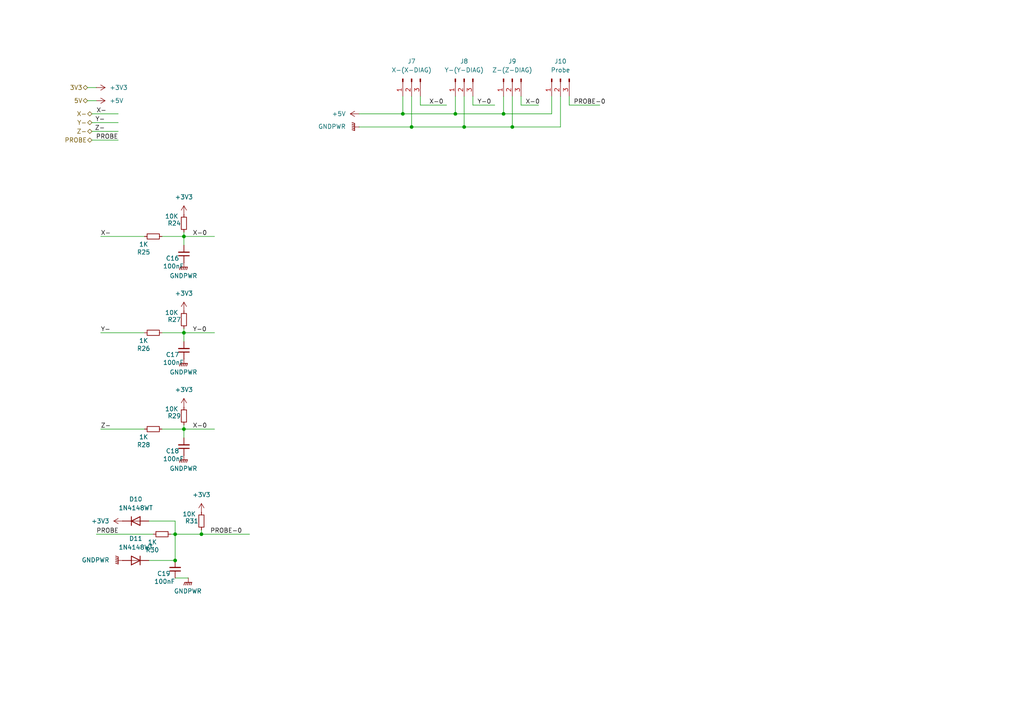
<source format=kicad_sch>
(kicad_sch (version 20231120) (generator "eeschema") (generator_version "8.0")
  (paper "A4")
  (lib_symbols
    (symbol "Connector:Conn_01x03_Pin" (pin_names (offset 1.016) hide)
      (property "Reference" "J" (at 0 5.08 0))
      (property "Value" "Conn_01x03_Pin" (at 0 -5.08 0))
      (symbol "Conn_01x03_Pin_1_1"
        (polyline (pts (xy 1.27 -2.54) (xy 0.8636 -2.54)) (stroke (width 0.1524)))
        (polyline (pts (xy 1.27 0) (xy 0.8636 0)) (stroke (width 0.1524)))
        (polyline (pts (xy 1.27 2.54) (xy 0.8636 2.54)) (stroke (width 0.1524)))
        (rectangle (start 0.8636 -2.413) (end 0 -2.667) (stroke (width 0.1524)) (fill (type outline)))
        (rectangle (start 0.8636 0.127) (end 0 -0.127) (stroke (width 0.1524)) (fill (type outline)))
        (rectangle (start 0.8636 2.667) (end 0 2.413) (stroke (width 0.1524)) (fill (type outline)))
        (pin passive line (at 5.08 2.54 180) (length 3.81) (name "Pin_1") (number "1"))
        (pin passive line (at 5.08 0 180) (length 3.81) (name "Pin_2") (number "2"))
        (pin passive line (at 5.08 -2.54 180) (length 3.81) (name "Pin_3") (number "3"))
      )
    )
    (symbol "Device:C_Small" (pin_numbers hide) (pin_names (offset 0.254) hide)
      (property "Reference" "C" (at 0.254 1.778 0))
      (property "Value" "C_Small" (at 0.254 -2.032 0))
      (symbol "C_Small_0_1"
        (polyline (pts (xy -1.524 -0.508) (xy 1.524 -0.508)) (stroke (width 0.3302)))
        (polyline (pts (xy -1.524 0.508) (xy 1.524 0.508)) (stroke (width 0.3048)))
      )
      (symbol "C_Small_1_1"
        (pin passive line (at 0 2.54 270) (length 2.032) (name "~") (number "1"))
        (pin passive line (at 0 -2.54 90) (length 2.032) (name "~") (number "2"))
      )
    )
    (symbol "Device:R_Small" (pin_numbers hide) (pin_names (offset 0.254) hide)
      (property "Reference" "R" (at 0.762 0.508 0))
      (property "Value" "R_Small" (at 0.762 -1.016 0))
      (symbol "R_Small_0_1"
        (rectangle (start -0.762 1.778) (end 0.762 -1.778) (stroke (width 0.2032)))
      )
      (symbol "R_Small_1_1"
        (pin passive line (at 0 2.54 270) (length 0.762) (name "~") (number "1"))
        (pin passive line (at 0 -2.54 90) (length 0.762) (name "~") (number "2"))
      )
    )
    (symbol "Diode:1N4148WT" (pin_numbers hide) (pin_names hide)
      (property "Reference" "D" (at 0 2.54 0))
      (property "Value" "1N4148WT" (at 0 -2.54 0))
      (symbol "1N4148WT_0_1"
        (polyline (pts (xy -1.27 1.27) (xy -1.27 -1.27)) (stroke (width 0.254)))
        (polyline (pts (xy 1.27 0) (xy -1.27 0)))
        (polyline (pts (xy 1.27 1.27) (xy 1.27 -1.27) (xy -1.27 0) (xy 1.27 1.27)) (stroke (width 0.254)))
      )
      (symbol "1N4148WT_1_1"
        (pin passive line (at -3.81 0 0) (length 2.54) (name "K") (number "1"))
        (pin passive line (at 3.81 0 180) (length 2.54) (name "A") (number "2"))
      )
    )
    (symbol "power:+3V3" (power) (pin_numbers hide) (pin_names (offset 0) hide)
      (property "Value" "+3V3" (at 0 3.556 0))
      (symbol "+3V3_0_1"
        (polyline (pts (xy -0.762 1.27) (xy 0 2.54)))
        (polyline (pts (xy 0 0) (xy 0 2.54)))
        (polyline (pts (xy 0 2.54) (xy 0.762 1.27)))
      )
      (symbol "+3V3_1_1"
        (pin power_in line (at 0 0 90) (length 0) (name "~") (number "1"))
      )
    )
    (symbol "power:+5V" (power) (pin_numbers hide) (pin_names (offset 0) hide)
      (property "Value" "+5V" (at 0 3.556 0))
      (symbol "+5V_0_1"
        (polyline (pts (xy -0.762 1.27) (xy 0 2.54)))
        (polyline (pts (xy 0 0) (xy 0 2.54)))
        (polyline (pts (xy 0 2.54) (xy 0.762 1.27)))
      )
      (symbol "+5V_1_1"
        (pin power_in line (at 0 0 90) (length 0) (name "~") (number "1"))
      )
    )
    (symbol "power:GNDPWR" (power) (pin_numbers hide) (pin_names (offset 0) hide)
      (property "Value" "GNDPWR" (at 0 -3.302 0))
      (symbol "GNDPWR_0_1"
        (polyline (pts (xy 0 -1.27) (xy 0 0)))
        (polyline (pts (xy -1.016 -1.27) (xy -1.27 -2.032) (xy -1.27 -2.032)) (stroke (width 0.2032)))
        (polyline (pts (xy -0.508 -1.27) (xy -0.762 -2.032) (xy -0.762 -2.032)) (stroke (width 0.2032)))
        (polyline (pts (xy 0 -1.27) (xy -0.254 -2.032) (xy -0.254 -2.032)) (stroke (width 0.2032)))
        (polyline (pts (xy 0.508 -1.27) (xy 0.254 -2.032) (xy 0.254 -2.032)) (stroke (width 0.2032)))
        (polyline (pts (xy 1.016 -1.27) (xy -1.016 -1.27) (xy -1.016 -1.27)) (stroke (width 0.2032)))
        (polyline (pts (xy 1.016 -1.27) (xy 0.762 -2.032) (xy 0.762 -2.032) (xy 0.762 -2.032)) (stroke (width 0.2032)))
      )
      (symbol "GNDPWR_1_1"
        (pin power_in line (at 0 0 270) (length 0) (name "~") (number "1"))
      )
    )
  )
  (junction (at 50.8 154.94))
  (junction (at 53.34 96.52))
  (junction (at 146.05 33.02))
  (junction (at 148.59 36.83))
  (junction (at 119.38 36.83))
  (junction (at 116.84 33.02))
  (junction (at 50.8 162.56))
  (junction (at 132.08 33.02))
  (junction (at 53.34 68.58))
  (junction (at 134.62 36.83))
  (junction (at 58.42 154.94))
  (junction (at 53.34 124.46))
  (wire (pts (xy 53.34 96.52) (xy 53.34 99.06)))
  (wire (pts (xy 121.92 30.48) (xy 129.54 30.48)))
  (wire (pts (xy 121.92 27.94) (xy 121.92 30.48)))
  (wire (pts (xy 116.84 27.94) (xy 116.84 33.02)))
  (wire (pts (xy 53.34 68.58) (xy 62.23 68.58)))
  (wire (pts (xy 151.13 27.94) (xy 151.13 30.48)))
  (wire (pts (xy 134.62 27.94) (xy 134.62 36.83)))
  (wire (pts (xy 58.42 154.94) (xy 50.8 154.94)))
  (wire (pts (xy 43.18 162.56) (xy 50.8 162.56)))
  (wire (pts (xy 46.99 96.52) (xy 53.34 96.52)))
  (wire (pts (xy 165.1 27.94) (xy 165.1 30.48)))
  (wire (pts (xy 160.02 33.02) (xy 160.02 27.94)))
  (wire (pts (xy 26.67 33.02) (xy 34.29 33.02)))
  (wire (pts (xy 53.34 95.25) (xy 53.34 96.52)))
  (wire (pts (xy 43.18 151.13) (xy 50.8 151.13)))
  (wire (pts (xy 46.99 68.58) (xy 53.34 68.58)))
  (wire (pts (xy 132.08 27.94) (xy 132.08 33.02)))
  (wire (pts (xy 104.14 33.02) (xy 116.84 33.02)))
  (wire (pts (xy 50.8 162.56) (xy 50.8 154.94)))
  (wire (pts (xy 104.14 36.83) (xy 119.38 36.83)))
  (wire (pts (xy 151.13 30.48) (xy 156.21 30.48)))
  (wire (pts (xy 53.34 68.58) (xy 53.34 71.12)))
  (wire (pts (xy 25.4 29.21) (xy 27.94 29.21)))
  (wire (pts (xy 29.21 124.46) (xy 41.91 124.46)))
  (wire (pts (xy 25.4 25.4) (xy 27.94 25.4)))
  (wire (pts (xy 119.38 27.94) (xy 119.38 36.83)))
  (wire (pts (xy 58.42 153.67) (xy 58.42 154.94)))
  (wire (pts (xy 50.8 154.94) (xy 49.53 154.94)))
  (wire (pts (xy 137.16 27.94) (xy 137.16 30.48)))
  (wire (pts (xy 46.99 124.46) (xy 53.34 124.46)))
  (wire (pts (xy 58.42 154.94) (xy 72.39 154.94)))
  (wire (pts (xy 29.21 96.52) (xy 41.91 96.52)))
  (wire (pts (xy 148.59 36.83) (xy 162.56 36.83)))
  (wire (pts (xy 34.29 40.64) (xy 26.67 40.64)))
  (wire (pts (xy 53.34 124.46) (xy 62.23 124.46)))
  (wire (pts (xy 132.08 33.02) (xy 146.05 33.02)))
  (wire (pts (xy 27.94 154.94) (xy 44.45 154.94)))
  (wire (pts (xy 29.21 68.58) (xy 41.91 68.58)))
  (wire (pts (xy 165.1 30.48) (xy 173.99 30.48)))
  (wire (pts (xy 146.05 27.94) (xy 146.05 33.02)))
  (wire (pts (xy 53.34 67.31) (xy 53.34 68.58)))
  (wire (pts (xy 134.62 36.83) (xy 148.59 36.83)))
  (wire (pts (xy 119.38 36.83) (xy 134.62 36.83)))
  (wire (pts (xy 53.34 96.52) (xy 62.23 96.52)))
  (wire (pts (xy 50.8 167.64) (xy 54.61 167.64)))
  (wire (pts (xy 34.29 35.56) (xy 26.67 35.56)))
  (wire (pts (xy 137.16 30.48) (xy 143.51 30.48)))
  (wire (pts (xy 26.67 38.1) (xy 34.29 38.1)))
  (wire (pts (xy 50.8 151.13) (xy 50.8 154.94)))
  (wire (pts (xy 116.84 33.02) (xy 132.08 33.02)))
  (wire (pts (xy 146.05 33.02) (xy 160.02 33.02)))
  (wire (pts (xy 162.56 36.83) (xy 162.56 27.94)))
  (wire (pts (xy 53.34 123.19) (xy 53.34 124.46)))
  (wire (pts (xy 53.34 124.46) (xy 53.34 127)))
  (wire (pts (xy 148.59 27.94) (xy 148.59 36.83)))
  (label "X-0" (at 55.88 68.58 0))
  (label "X-0" (at 124.46 30.48 0))
  (label "Y-0" (at 138.43 30.48 0))
  (label "X-" (at 29.21 68.58 0))
  (label "Y-0" (at 55.88 96.52 0))
  (label "PROBE-0" (at 166.37 30.48 0))
  (label "Y-" (at 30.48 35.56 180))
  (label "Y-" (at 29.21 96.52 0))
  (label "PROBE-0" (at 60.96 154.94 0))
  (label "X-" (at 27.94 33.02 0))
  (label "X-0" (at 152.4 30.48 0))
  (label "PROBE" (at 34.29 40.64 180))
  (label "X-0" (at 55.88 124.46 0))
  (label "Z-" (at 29.21 124.46 0))
  (label "Z-" (at 30.48 38.1 180))
  (label "PROBE" (at 27.94 154.94 0))
  (hierarchical_label "3V3" (shape bidirectional) (at 25.4 25.4 180))
  (hierarchical_label "5V" (shape bidirectional) (at 25.4 29.21 180))
  (hierarchical_label "Z-" (shape bidirectional) (at 26.67 38.1 180))
  (hierarchical_label "PROBE" (shape bidirectional) (at 26.67 40.64 180))
  (hierarchical_label "Y-" (shape bidirectional) (at 26.67 35.56 180))
  (hierarchical_label "X-" (shape bidirectional) (at 26.67 33.02 180))
  (symbol (lib_id "Device:R_Small") (at 58.42 151.13 0) (unit 1)
    (property "Reference" "R31" (at 55.626 151.13 0))
    (property "Value" "10K" (at 54.864 149.098 0))
    (property "Description" "Resistor, small symbol" (effects (hide yes)))
  )
  (symbol (lib_id "power:+3V3") (at 27.94 25.4 270) (unit 1)
    (property "Reference" "#PWR068" (effects (hide yes)))
    (property "Value" "+3V3" (at 31.75 25.3999 90) (effects (justify left)))
    (property "Description" "Power symbol creates a global label with name \"+3V3\"" (effects (hide yes)))
  )
  (symbol (lib_id "Device:R_Small") (at 44.45 68.58 90) (unit 1)
    (property "Reference" "R25" (at 41.656 73.152 90))
    (property "Value" "1K" (at 41.656 70.866 90))
    (property "Description" "Resistor, small symbol" (effects (hide yes)))
  )
  (symbol (lib_id "Connector:Conn_01x03_Pin") (at 119.38 22.86 90) (mirror x) (unit 1)
    (property "Reference" "J7" (at 119.38 17.78 90))
    (property "Value" "X-(X-DIAG)" (at 119.38 20.32 90))
    (property "Description" "Generic connector, single row, 01x03, script generated" (effects (hide yes)))
  )
  (symbol (lib_id "Device:C_Small") (at 53.34 73.66 180) (unit 1)
    (property "Reference" "C16" (at 50.038 74.93 0))
    (property "Value" "100nF" (at 50.292 77.216 0))
    (property "Description" "Unpolarized capacitor, small symbol" (effects (hide yes)))
  )
  (symbol (lib_id "power:GNDPWR") (at 35.56 162.56 270) (unit 1)
    (property "Reference" "#PWR076" (effects (hide yes)))
    (property "Value" "GNDPWR" (at 31.75 162.4329 90) (effects (justify right)))
    (property "Description" "Power symbol creates a global label with name \"GNDPWR\" , global ground" (effects (hide yes)))
  )
  (symbol (lib_id "Diode:1N4148WT") (at 39.37 162.56 180) (unit 1)
    (property "Reference" "D11" (at 39.37 156.21 0))
    (property "Value" "1N4148WT" (at 39.37 158.75 0))
    (property "Footprint" "Diode_SMD:D_SOD-523" (effects (hide yes)))
    (property "Datasheet" "https://www.diodes.com/assets/Datasheets/ds30396.pdf" (effects (hide yes)))
    (property "Description" "75V 0.15A Fast switching Diode, SOD-523" (effects (hide yes)))
    (property "Sim.Device" "D" (effects (hide yes)))
    (property "Sim.Pins" "1=K 2=A" (effects (hide yes)))
  )
  (symbol (lib_id "power:GNDPWR") (at 104.14 36.83 270) (unit 1)
    (property "Reference" "#PWR081" (effects (hide yes)))
    (property "Value" "GNDPWR" (at 100.33 36.7029 90) (effects (justify right)))
    (property "Description" "Power symbol creates a global label with name \"GNDPWR\" , global ground" (effects (hide yes)))
  )
  (symbol (lib_id "Device:C_Small") (at 50.8 165.1 180) (unit 1)
    (property "Reference" "C19" (at 47.498 166.37 0))
    (property "Value" "100nF" (at 47.752 168.656 0))
    (property "Description" "Unpolarized capacitor, small symbol" (effects (hide yes)))
  )
  (symbol (lib_id "Connector:Conn_01x03_Pin") (at 162.56 22.86 90) (mirror x) (unit 1)
    (property "Reference" "J10" (at 162.56 17.78 90))
    (property "Value" "Probe" (at 162.56 20.32 90))
    (property "Description" "Generic connector, single row, 01x03, script generated" (effects (hide yes)))
  )
  (symbol (lib_id "power:+3V3") (at 35.56 151.13 90) (unit 1)
    (property "Reference" "#PWR077" (effects (hide yes)))
    (property "Value" "+3V3" (at 31.75 151.1299 90) (effects (justify left)))
    (property "Description" "Power symbol creates a global label with name \"+3V3\"" (effects (hide yes)))
  )
  (symbol (lib_id "power:GNDPWR") (at 53.34 76.2 0) (unit 1)
    (property "Reference" "#PWR071" (effects (hide yes)))
    (property "Value" "GNDPWR" (at 53.213 80.01 0))
    (property "Description" "Power symbol creates a global label with name \"GNDPWR\" , global ground" (effects (hide yes)))
  )
  (symbol (lib_id "power:+3V3") (at 53.34 62.23 0) (unit 1)
    (property "Reference" "#PWR070" (effects (hide yes)))
    (property "Value" "+3V3" (at 53.34 57.15 0))
    (property "Description" "Power symbol creates a global label with name \"+3V3\"" (effects (hide yes)))
  )
  (symbol (lib_id "Device:R_Small") (at 53.34 64.77 0) (unit 1)
    (property "Reference" "R24" (at 50.546 64.77 0))
    (property "Value" "10K" (at 49.784 62.738 0))
    (property "Description" "Resistor, small symbol" (effects (hide yes)))
  )
  (symbol (lib_id "Connector:Conn_01x03_Pin") (at 134.62 22.86 90) (mirror x) (unit 1)
    (property "Reference" "J8" (at 134.62 17.78 90))
    (property "Value" "Y-(Y-DIAG)" (at 134.62 20.32 90))
    (property "Description" "Generic connector, single row, 01x03, script generated" (effects (hide yes)))
  )
  (symbol (lib_id "Device:R_Small") (at 44.45 124.46 90) (unit 1)
    (property "Reference" "R28" (at 41.656 129.032 90))
    (property "Value" "1K" (at 41.656 126.746 90))
    (property "Description" "Resistor, small symbol" (effects (hide yes)))
  )
  (symbol (lib_id "Device:R_Small") (at 44.45 96.52 90) (unit 1)
    (property "Reference" "R26" (at 41.656 101.092 90))
    (property "Value" "1K" (at 41.656 98.806 90))
    (property "Description" "Resistor, small symbol" (effects (hide yes)))
  )
  (symbol (lib_id "power:GNDPWR") (at 53.34 104.14 0) (unit 1)
    (property "Reference" "#PWR073" (effects (hide yes)))
    (property "Value" "GNDPWR" (at 53.213 107.95 0))
    (property "Description" "Power symbol creates a global label with name \"GNDPWR\" , global ground" (effects (hide yes)))
  )
  (symbol (lib_id "Diode:1N4148WT") (at 39.37 151.13 0) (unit 1)
    (property "Reference" "D10" (at 39.37 144.78 0))
    (property "Value" "1N4148WT" (at 39.37 147.32 0))
    (property "Footprint" "Diode_SMD:D_SOD-523" (effects (hide yes)))
    (property "Datasheet" "https://www.diodes.com/assets/Datasheets/ds30396.pdf" (effects (hide yes)))
    (property "Description" "75V 0.15A Fast switching Diode, SOD-523" (effects (hide yes)))
    (property "Sim.Device" "D" (effects (hide yes)))
    (property "Sim.Pins" "1=K 2=A" (effects (hide yes)))
  )
  (symbol (lib_id "power:+3V3") (at 53.34 90.17 0) (unit 1)
    (property "Reference" "#PWR072" (effects (hide yes)))
    (property "Value" "+3V3" (at 53.34 85.09 0))
    (property "Description" "Power symbol creates a global label with name \"+3V3\"" (effects (hide yes)))
  )
  (symbol (lib_id "Device:R_Small") (at 46.99 154.94 90) (unit 1)
    (property "Reference" "R30" (at 44.196 159.512 90))
    (property "Value" "1K" (at 44.196 157.226 90))
    (property "Description" "Resistor, small symbol" (effects (hide yes)))
  )
  (symbol (lib_id "power:+3V3") (at 53.34 118.11 0) (unit 1)
    (property "Reference" "#PWR074" (effects (hide yes)))
    (property "Value" "+3V3" (at 53.34 113.03 0))
    (property "Description" "Power symbol creates a global label with name \"+3V3\"" (effects (hide yes)))
  )
  (symbol (lib_id "Device:C_Small") (at 53.34 101.6 180) (unit 1)
    (property "Reference" "C17" (at 50.038 102.87 0))
    (property "Value" "100nF" (at 50.292 105.156 0))
    (property "Description" "Unpolarized capacitor, small symbol" (effects (hide yes)))
  )
  (symbol (lib_id "Device:R_Small") (at 53.34 92.71 0) (unit 1)
    (property "Reference" "R27" (at 50.546 92.71 0))
    (property "Value" "10K" (at 49.784 90.678 0))
    (property "Description" "Resistor, small symbol" (effects (hide yes)))
  )
  (symbol (lib_id "Connector:Conn_01x03_Pin") (at 148.59 22.86 90) (mirror x) (unit 1)
    (property "Reference" "J9" (at 148.59 17.78 90))
    (property "Value" "Z-(Z-DIAG)" (at 148.59 20.32 90))
    (property "Description" "Generic connector, single row, 01x03, script generated" (effects (hide yes)))
  )
  (symbol (lib_id "power:+5V") (at 27.94 29.21 270) (unit 1)
    (property "Reference" "#PWR069" (effects (hide yes)))
    (property "Value" "+5V" (at 31.75 29.2099 90) (effects (justify left)))
    (property "Description" "Power symbol creates a global label with name \"+5V\"" (effects (hide yes)))
  )
  (symbol (lib_id "power:+3V3") (at 58.42 148.59 0) (unit 1)
    (property "Reference" "#PWR079" (effects (hide yes)))
    (property "Value" "+3V3" (at 58.42 143.51 0))
    (property "Description" "Power symbol creates a global label with name \"+3V3\"" (effects (hide yes)))
  )
  (symbol (lib_id "power:GNDPWR") (at 54.61 167.64 0) (unit 1)
    (property "Reference" "#PWR078" (effects (hide yes)))
    (property "Value" "GNDPWR" (at 54.483 171.45 0))
    (property "Description" "Power symbol creates a global label with name \"GNDPWR\" , global ground" (effects (hide yes)))
  )
  (symbol (lib_id "power:GNDPWR") (at 53.34 132.08 0) (unit 1)
    (property "Reference" "#PWR075" (effects (hide yes)))
    (property "Value" "GNDPWR" (at 53.213 135.89 0))
    (property "Description" "Power symbol creates a global label with name \"GNDPWR\" , global ground" (effects (hide yes)))
  )
  (symbol (lib_id "power:+5V") (at 104.14 33.02 90) (unit 1)
    (property "Reference" "#PWR080" (effects (hide yes)))
    (property "Value" "+5V" (at 100.33 33.0199 90) (effects (justify left)))
    (property "Description" "Power symbol creates a global label with name \"+5V\"" (effects (hide yes)))
  )
  (symbol (lib_id "Device:C_Small") (at 53.34 129.54 180) (unit 1)
    (property "Reference" "C18" (at 50.038 130.81 0))
    (property "Value" "100nF" (at 50.292 133.096 0))
    (property "Description" "Unpolarized capacitor, small symbol" (effects (hide yes)))
  )
  (symbol (lib_id "Device:R_Small") (at 53.34 120.65 0) (unit 1)
    (property "Reference" "R29" (at 50.546 120.65 0))
    (property "Value" "10K" (at 49.784 118.618 0))
    (property "Description" "Resistor, small symbol" (effects (hide yes)))
  )
)
</source>
